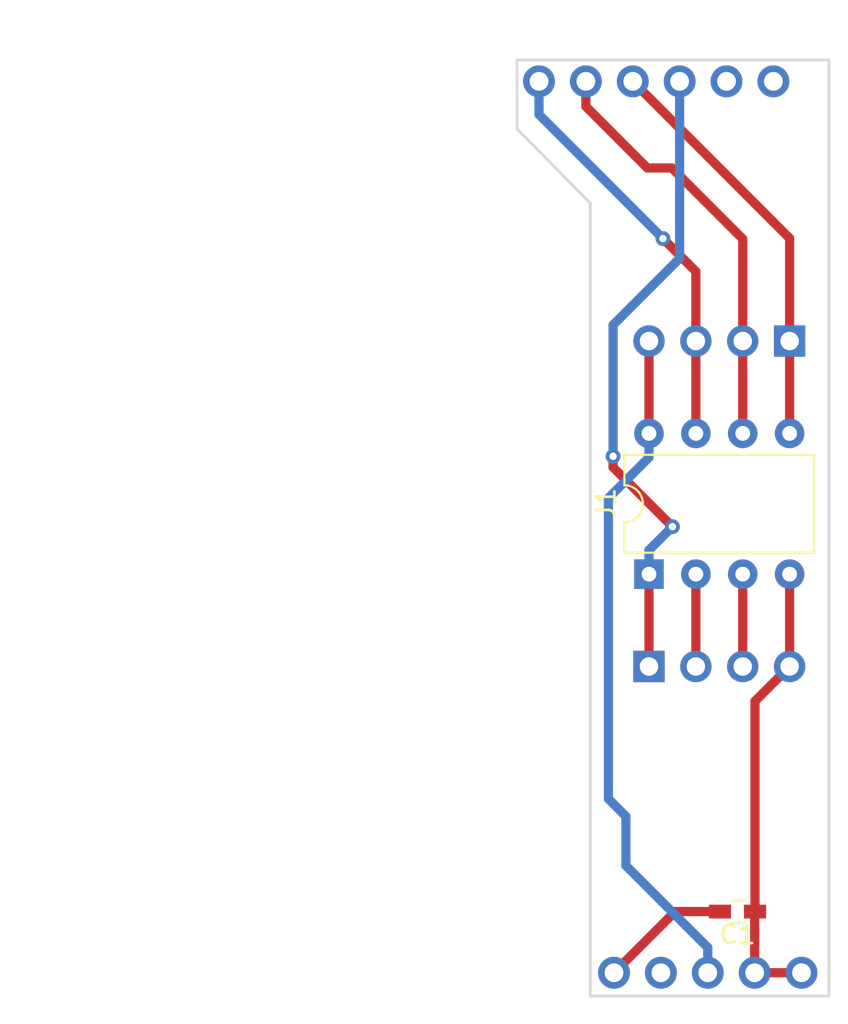
<source format=kicad_pcb>
(kicad_pcb (version 20171130) (host pcbnew "(5.0.0)")

  (general
    (thickness 0.8)
    (drawings 6)
    (tracks 50)
    (zones 0)
    (modules 5)
    (nets 8)
  )

  (page A4)
  (layers
    (0 F.Cu signal)
    (31 B.Cu signal)
    (32 B.Adhes user)
    (33 F.Adhes user)
    (34 B.Paste user)
    (35 F.Paste user)
    (36 B.SilkS user)
    (37 F.SilkS user)
    (38 B.Mask user)
    (39 F.Mask user)
    (40 Dwgs.User user)
    (41 Cmts.User user)
    (42 Eco1.User user)
    (43 Eco2.User user)
    (44 Edge.Cuts user)
    (45 Margin user)
    (46 B.CrtYd user)
    (47 F.CrtYd user)
    (48 B.Fab user)
    (49 F.Fab user)
  )

  (setup
    (last_trace_width 0.5)
    (trace_clearance 0.2)
    (zone_clearance 0.6)
    (zone_45_only no)
    (trace_min 0.2)
    (segment_width 0.2)
    (edge_width 0.15)
    (via_size 0.8)
    (via_drill 0.4)
    (via_min_size 0.4)
    (via_min_drill 0.3)
    (uvia_size 0.3)
    (uvia_drill 0.1)
    (uvias_allowed no)
    (uvia_min_size 0.2)
    (uvia_min_drill 0.1)
    (pcb_text_width 0.3)
    (pcb_text_size 1.5 1.5)
    (mod_edge_width 0.15)
    (mod_text_size 1 1)
    (mod_text_width 0.15)
    (pad_size 1.7 1.7)
    (pad_drill 1)
    (pad_to_mask_clearance 0.2)
    (aux_axis_origin 0 0)
    (visible_elements 7FFFFFFF)
    (pcbplotparams
      (layerselection 0x010fc_ffffffff)
      (usegerberextensions false)
      (usegerberattributes false)
      (usegerberadvancedattributes false)
      (creategerberjobfile false)
      (excludeedgelayer true)
      (linewidth 0.100000)
      (plotframeref false)
      (viasonmask false)
      (mode 1)
      (useauxorigin false)
      (hpglpennumber 1)
      (hpglpenspeed 20)
      (hpglpendiameter 15.000000)
      (psnegative false)
      (psa4output false)
      (plotreference true)
      (plotvalue true)
      (plotinvisibletext false)
      (padsonsilk false)
      (subtractmaskfromsilk false)
      (outputformat 1)
      (mirror false)
      (drillshape 0)
      (scaleselection 1)
      (outputdirectory "gerbers/"))
  )

  (net 0 "")
  (net 1 "Net-(C1-Pad2)")
  (net 2 "Net-(C1-Pad1)")
  (net 3 "Net-(J1-Pad8)")
  (net 4 "Net-(J1-Pad7)")
  (net 5 "Net-(J1-Pad6)")
  (net 6 "Net-(J1-Pad5)")
  (net 7 "Net-(J1-Pad1)")

  (net_class Default "This is the default net class."
    (clearance 0.2)
    (trace_width 0.5)
    (via_dia 0.8)
    (via_drill 0.4)
    (uvia_dia 0.3)
    (uvia_drill 0.1)
    (add_net "Net-(C1-Pad1)")
    (add_net "Net-(C1-Pad2)")
    (add_net "Net-(J1-Pad1)")
    (add_net "Net-(J1-Pad5)")
    (add_net "Net-(J1-Pad6)")
    (add_net "Net-(J1-Pad7)")
    (add_net "Net-(J1-Pad8)")
  )

  (module Custom:Pin_Header_Angled_1x04_Pitch2.54mm (layer F.Cu) (tedit 5C2808D8) (tstamp 5C24AB2C)
    (at 156.124 108.916 90)
    (descr "Through hole angled pin header, 1x04, 2.54mm pitch, 6mm pin length, single row")
    (tags "Through hole angled pin header THT 1x04 2.54mm single row")
    (fp_text reference REF** (at 4.385 -2.27 90) (layer F.SilkS) hide
      (effects (font (size 1 1) (thickness 0.15)))
    )
    (fp_text value Pin_Header_Angled_1x04_Pitch2.54mm (at 4.385 9.89 90) (layer F.Fab)
      (effects (font (size 1 1) (thickness 0.15)))
    )
    (fp_line (start -0.32 7.3) (end -0.32 7.94) (layer F.Fab) (width 0.1))
    (fp_line (start -0.32 4.76) (end -0.32 5.4) (layer F.Fab) (width 0.1))
    (fp_line (start -0.32 2.22) (end -0.32 2.86) (layer F.Fab) (width 0.1))
    (fp_line (start -0.32 -0.32) (end -0.32 0.32) (layer F.Fab) (width 0.1))
    (pad 4 thru_hole oval (at 0 7.62 90) (size 1.7 1.7) (drill 1) (layers *.Cu *.Mask)
      (net 2 "Net-(C1-Pad1)"))
    (pad 3 thru_hole oval (at 0 5.08 90) (size 1.7 1.7) (drill 1) (layers *.Cu *.Mask))
    (pad 2 thru_hole oval (at 0 2.54 90) (size 1.7 1.7) (drill 1) (layers *.Cu *.Mask))
    (pad 1 thru_hole rect (at 0 0 90) (size 1.7 1.7) (drill 1) (layers *.Cu *.Mask)
      (net 7 "Net-(J1-Pad1)"))
    (model ${KISYS3DMOD}/Pin_Headers.3dshapes/Pin_Header_Angled_1x04_Pitch2.54mm.wrl
      (at (xyz 0 0 0))
      (scale (xyz 1 1 1))
      (rotate (xyz 0 0 0))
    )
  )

  (module Custom:Pin_Header_Angled_1x04_Pitch2.54mm (layer F.Cu) (tedit 5C280926) (tstamp 5C24BA2E)
    (at 163.744 91.296 270)
    (descr "Through hole angled pin header, 1x04, 2.54mm pitch, 6mm pin length, single row")
    (tags "Through hole angled pin header THT 1x04 2.54mm single row")
    (fp_text reference REF** (at 4.385 -2.27 270) (layer F.SilkS) hide
      (effects (font (size 1 1) (thickness 0.15)))
    )
    (fp_text value Pin_Header_Angled_1x04_Pitch2.54mm (at 4.385 9.89 270) (layer F.Fab)
      (effects (font (size 1 1) (thickness 0.15)))
    )
    (fp_line (start -0.32 7.3) (end -0.32 7.94) (layer F.Fab) (width 0.1))
    (fp_line (start -0.32 4.76) (end -0.32 5.4) (layer F.Fab) (width 0.1))
    (fp_line (start -0.32 2.22) (end -0.32 2.86) (layer F.Fab) (width 0.1))
    (fp_line (start -0.32 -0.32) (end -0.32 0.32) (layer F.Fab) (width 0.1))
    (pad 4 thru_hole oval (at 0 7.62 270) (size 1.7 1.7) (drill 1) (layers *.Cu *.Mask)
      (net 3 "Net-(J1-Pad8)"))
    (pad 3 thru_hole oval (at 0 5.08 270) (size 1.7 1.7) (drill 1) (layers *.Cu *.Mask)
      (net 4 "Net-(J1-Pad7)"))
    (pad 2 thru_hole oval (at 0 2.54 270) (size 1.7 1.7) (drill 1) (layers *.Cu *.Mask)
      (net 5 "Net-(J1-Pad6)"))
    (pad 1 thru_hole rect (at 0 0 270) (size 1.7 1.7) (drill 1) (layers *.Cu *.Mask)
      (net 6 "Net-(J1-Pad5)"))
    (model ${KISYS3DMOD}/Pin_Headers.3dshapes/Pin_Header_Angled_1x04_Pitch2.54mm.wrl
      (at (xyz 0 0 0))
      (scale (xyz 1 1 1))
      (rotate (xyz 0 0 0))
    )
  )

  (module Arduino:Arduino_Uno_Shield_Custom (layer F.Cu) (tedit 5C0BF54A) (tstamp 5C084F7C)
    (at 121.209 128.036)
    (descr https://store.arduino.cc/arduino-uno-rev3)
    (path /5C08301C)
    (fp_text reference XA1 (at 2.54 -54.356) (layer F.SilkS) hide
      (effects (font (size 1 1) (thickness 0.15)))
    )
    (fp_text value Arduino_Uno_Shield (at 15.494 -54.356) (layer F.Fab)
      (effects (font (size 1 1) (thickness 0.15)))
    )
    (pad D11 thru_hole oval (at 34.036 -50.8) (size 1.7272 1.7272) (drill 1.016) (layers *.Cu *.Mask)
      (net 6 "Net-(J1-Pad5)"))
    (pad D12 thru_hole oval (at 31.496 -50.8) (size 1.7272 1.7272) (drill 1.016) (layers *.Cu *.Mask)
      (net 5 "Net-(J1-Pad6)"))
    (pad D13 thru_hole oval (at 28.956 -50.8) (size 1.7272 1.7272) (drill 1.016) (layers *.Cu *.Mask)
      (net 4 "Net-(J1-Pad7)"))
    (pad D10 thru_hole oval (at 36.576 -50.8) (size 1.7272 1.7272) (drill 1.016) (layers *.Cu *.Mask)
      (net 7 "Net-(J1-Pad1)"))
    (pad D9 thru_hole oval (at 39.116 -50.8) (size 1.7272 1.7272) (drill 1.016) (layers *.Cu *.Mask))
    (pad D8 thru_hole oval (at 41.656 -50.8) (size 1.7272 1.7272) (drill 1.016) (layers *.Cu *.Mask))
    (pad RST1 thru_hole oval (at 33.02 -2.54) (size 1.7272 1.7272) (drill 1.016) (layers *.Cu *.Mask)
      (net 1 "Net-(C1-Pad2)"))
    (pad 3V3 thru_hole oval (at 35.56 -2.54) (size 1.7272 1.7272) (drill 1.016) (layers *.Cu *.Mask))
    (pad 5V1 thru_hole oval (at 38.1 -2.54) (size 1.7272 1.7272) (drill 1.016) (layers *.Cu *.Mask)
      (net 3 "Net-(J1-Pad8)"))
    (pad GND2 thru_hole oval (at 40.64 -2.54) (size 1.7272 1.7272) (drill 1.016) (layers *.Cu *.Mask)
      (net 2 "Net-(C1-Pad1)"))
    (pad GND3 thru_hole oval (at 43.18 -2.54) (size 1.7272 1.7272) (drill 1.016) (layers *.Cu *.Mask)
      (net 2 "Net-(C1-Pad1)"))
  )

  (module Capacitors_SMD:C_0603_HandSoldering (layer F.Cu) (tedit 58AA848B) (tstamp 5C084F20)
    (at 160.919 122.184 180)
    (descr "Capacitor SMD 0603, hand soldering")
    (tags "capacitor 0603")
    (path /5C083E67)
    (attr smd)
    (fp_text reference C1 (at 0 -1.25 180) (layer F.SilkS)
      (effects (font (size 1 1) (thickness 0.15)))
    )
    (fp_text value 10uF (at 0 1.5 180) (layer F.Fab)
      (effects (font (size 1 1) (thickness 0.15)))
    )
    (fp_line (start 1.8 0.65) (end -1.8 0.65) (layer F.CrtYd) (width 0.05))
    (fp_line (start 1.8 0.65) (end 1.8 -0.65) (layer F.CrtYd) (width 0.05))
    (fp_line (start -1.8 -0.65) (end -1.8 0.65) (layer F.CrtYd) (width 0.05))
    (fp_line (start -1.8 -0.65) (end 1.8 -0.65) (layer F.CrtYd) (width 0.05))
    (fp_line (start 0.35 0.6) (end -0.35 0.6) (layer F.SilkS) (width 0.12))
    (fp_line (start -0.35 -0.6) (end 0.35 -0.6) (layer F.SilkS) (width 0.12))
    (fp_line (start -0.8 -0.4) (end 0.8 -0.4) (layer F.Fab) (width 0.1))
    (fp_line (start 0.8 -0.4) (end 0.8 0.4) (layer F.Fab) (width 0.1))
    (fp_line (start 0.8 0.4) (end -0.8 0.4) (layer F.Fab) (width 0.1))
    (fp_line (start -0.8 0.4) (end -0.8 -0.4) (layer F.Fab) (width 0.1))
    (fp_text user %R (at 0 -1.25 180) (layer F.Fab)
      (effects (font (size 1 1) (thickness 0.15)))
    )
    (pad 2 smd rect (at 0.95 0 180) (size 1.2 0.75) (layers F.Cu F.Paste F.Mask)
      (net 1 "Net-(C1-Pad2)"))
    (pad 1 smd rect (at -0.95 0 180) (size 1.2 0.75) (layers F.Cu F.Paste F.Mask)
      (net 2 "Net-(C1-Pad1)"))
    (model Capacitors_SMD.3dshapes/C_0603.wrl
      (at (xyz 0 0 0))
      (scale (xyz 1 1 1))
      (rotate (xyz 0 0 0))
    )
  )

  (module Housings_DIP:DIP-8_W7.62mm (layer F.Cu) (tedit 5C24A9B7) (tstamp 5C084F3C)
    (at 156.124 103.916 90)
    (descr "8-lead though-hole mounted DIP package, row spacing 7.62 mm (300 mils)")
    (tags "THT DIP DIL PDIP 2.54mm 7.62mm 300mil")
    (path /5C083158)
    (fp_text reference J1 (at 3.81 -2.33 90) (layer F.SilkS)
      (effects (font (size 1 1) (thickness 0.15)))
    )
    (fp_text value Conn_02x04_Counter_Clockwise (at 3.81 9.95 90) (layer F.Fab)
      (effects (font (size 1 1) (thickness 0.15)))
    )
    (fp_arc (start 3.81 -1.33) (end 2.81 -1.33) (angle -180) (layer F.SilkS) (width 0.12))
    (fp_line (start 1.635 -1.27) (end 6.985 -1.27) (layer F.Fab) (width 0.1))
    (fp_line (start 6.985 -1.27) (end 6.985 8.89) (layer F.Fab) (width 0.1))
    (fp_line (start 6.985 8.89) (end 0.635 8.89) (layer F.Fab) (width 0.1))
    (fp_line (start 0.635 8.89) (end 0.635 -0.27) (layer F.Fab) (width 0.1))
    (fp_line (start 0.635 -0.27) (end 1.635 -1.27) (layer F.Fab) (width 0.1))
    (fp_line (start 2.81 -1.33) (end 1.16 -1.33) (layer F.SilkS) (width 0.12))
    (fp_line (start 1.16 -1.33) (end 1.16 8.95) (layer F.SilkS) (width 0.12))
    (fp_line (start 1.16 8.95) (end 6.46 8.95) (layer F.SilkS) (width 0.12))
    (fp_line (start 6.46 8.95) (end 6.46 -1.33) (layer F.SilkS) (width 0.12))
    (fp_line (start 6.46 -1.33) (end 4.81 -1.33) (layer F.SilkS) (width 0.12))
    (fp_line (start -1.1 -1.55) (end -1.1 9.15) (layer F.CrtYd) (width 0.05))
    (fp_line (start -1.1 9.15) (end 8.7 9.15) (layer F.CrtYd) (width 0.05))
    (fp_line (start 8.7 9.15) (end 8.7 -1.55) (layer F.CrtYd) (width 0.05))
    (fp_line (start 8.7 -1.55) (end -1.1 -1.55) (layer F.CrtYd) (width 0.05))
    (fp_text user %R (at 3.81 3.81 90) (layer F.Fab)
      (effects (font (size 1 1) (thickness 0.15)))
    )
    (pad 1 thru_hole rect (at 0 0 90) (size 1.6 1.6) (drill 0.8) (layers *.Cu *.Mask)
      (net 7 "Net-(J1-Pad1)"))
    (pad 5 thru_hole oval (at 7.62 7.62 90) (size 1.6 1.6) (drill 0.8) (layers *.Cu *.Mask)
      (net 6 "Net-(J1-Pad5)"))
    (pad 2 thru_hole oval (at 0 2.54 90) (size 1.6 1.6) (drill 0.8) (layers *.Cu *.Mask))
    (pad 6 thru_hole oval (at 7.62 5.08 90) (size 1.6 1.6) (drill 0.8) (layers *.Cu *.Mask)
      (net 5 "Net-(J1-Pad6)"))
    (pad 3 thru_hole oval (at 0 5.08 90) (size 1.6 1.6) (drill 0.8) (layers *.Cu *.Mask))
    (pad 7 thru_hole oval (at 7.62 2.54 90) (size 1.6 1.6) (drill 0.8) (layers *.Cu *.Mask)
      (net 4 "Net-(J1-Pad7)"))
    (pad 4 thru_hole oval (at 0 7.62 90) (size 1.6 1.6) (drill 0.8) (layers *.Cu *.Mask)
      (net 2 "Net-(C1-Pad1)"))
    (pad 8 thru_hole oval (at 7.62 0 90) (size 1.6 1.6) (drill 0.8) (layers *.Cu *.Mask)
      (net 3 "Net-(J1-Pad8)"))
    (model ${KISYS3DMOD}/Housings_DIP.3dshapes/DIP-8_W7.62mm.wrl
      (at (xyz 0 0 0))
      (scale (xyz 1 1 1))
      (rotate (xyz 0 0 0))
    )
  )

  (gr_line (start 148.971 79.8068) (end 152.93848 83.82508) (layer Edge.Cuts) (width 0.15))
  (gr_line (start 152.93848 83.825038) (end 152.93848 126.761372) (layer Edge.Cuts) (width 0.15))
  (gr_line (start 165.87724 76.07808) (end 165.87724 126.76124) (layer Edge.Cuts) (width 0.15))
  (gr_line (start 148.971 76.07808) (end 165.87724 76.07808) (layer Edge.Cuts) (width 0.15))
  (gr_line (start 152.93848 126.76124) (end 165.87724 126.76124) (layer Edge.Cuts) (width 0.15))
  (gr_line (start 148.971 76.07808) (end 148.971 79.79742) (layer Edge.Cuts) (width 0.15))

  (segment (start 161.204 105.04737) (end 161.204 108.916) (width 0.5) (layer F.Cu) (net 0))
  (segment (start 161.204 103.916) (end 161.204 105.04737) (width 0.5) (layer F.Cu) (net 0))
  (segment (start 158.664 105.04737) (end 158.664 108.916) (width 0.5) (layer F.Cu) (net 0))
  (segment (start 158.664 103.916) (end 158.664 105.04737) (width 0.5) (layer F.Cu) (net 0))
  (segment (start 159.969 122.184) (end 157.541 122.184) (width 0.5) (layer F.Cu) (net 1))
  (segment (start 157.541 122.184) (end 154.229 125.496) (width 0.5) (layer F.Cu) (net 1))
  (segment (start 163.744 103.916) (end 163.744 108.916) (width 0.5) (layer F.Cu) (net 2))
  (segment (start 161.869 110.791) (end 161.869 122.184) (width 0.5) (layer F.Cu) (net 2))
  (segment (start 163.744 108.916) (end 161.869 110.791) (width 0.5) (layer F.Cu) (net 2))
  (segment (start 161.849 122.204) (end 161.869 122.184) (width 0.5) (layer F.Cu) (net 2))
  (segment (start 161.849 125.496) (end 161.849 122.204) (width 0.5) (layer F.Cu) (net 2))
  (segment (start 161.849 125.496) (end 164.389 125.496) (width 0.5) (layer F.Cu) (net 2))
  (segment (start 156.124 96.296) (end 156.124 91.296) (width 0.5) (layer F.Cu) (net 3))
  (segment (start 156.124 97.596) (end 156.124 96.296) (width 0.5) (layer B.Cu) (net 3))
  (segment (start 159.309 124.1324) (end 154.8737 119.6971) (width 0.5) (layer B.Cu) (net 3))
  (segment (start 154.8737 119.6971) (end 154.8737 117.0277) (width 0.5) (layer B.Cu) (net 3))
  (segment (start 159.309 125.496) (end 159.309 124.1324) (width 0.5) (layer B.Cu) (net 3))
  (segment (start 154.8737 117.0277) (end 153.924 116.078) (width 0.5) (layer B.Cu) (net 3))
  (segment (start 153.924 116.078) (end 153.924 99.796) (width 0.5) (layer B.Cu) (net 3))
  (segment (start 153.924 99.796) (end 156.124 97.596) (width 0.5) (layer B.Cu) (net 3))
  (segment (start 156.8814 85.7487) (end 150.165 79.0323) (width 0.5) (layer B.Cu) (net 4))
  (segment (start 150.165 79.0323) (end 150.165 77.236) (width 0.5) (layer B.Cu) (net 4))
  (via (at 156.8814 85.7487) (size 0.8) (layers F.Cu B.Cu) (net 4))
  (segment (start 158.664 91.296) (end 158.664 96.296) (width 0.5) (layer F.Cu) (net 4))
  (segment (start 158.664 87.5313) (end 158.664 91.296) (width 0.5) (layer F.Cu) (net 4))
  (segment (start 156.8814 85.7487) (end 158.664 87.5313) (width 0.5) (layer F.Cu) (net 4))
  (segment (start 152.705 78.5996) (end 156.0311 81.9257) (width 0.5) (layer F.Cu) (net 5))
  (segment (start 152.705 77.236) (end 152.705 78.5996) (width 0.5) (layer F.Cu) (net 5))
  (segment (start 161.204 96.296) (end 161.204 91.296) (width 0.5) (layer F.Cu) (net 5))
  (segment (start 156.0311 81.9257) (end 157.3637 81.9257) (width 0.5) (layer F.Cu) (net 5))
  (segment (start 161.204 85.766) (end 161.204 91.296) (width 0.5) (layer F.Cu) (net 5))
  (segment (start 157.3637 81.9257) (end 161.204 85.766) (width 0.5) (layer F.Cu) (net 5))
  (segment (start 163.744 96.296) (end 163.744 91.296) (width 0.5) (layer F.Cu) (net 6))
  (segment (start 163.744 85.735) (end 155.245 77.236) (width 0.5) (layer F.Cu) (net 6))
  (segment (start 163.744 91.296) (end 163.744 85.735) (width 0.5) (layer F.Cu) (net 6))
  (segment (start 156.124 102.616) (end 157.394 101.346) (width 0.5) (layer B.Cu) (net 7))
  (segment (start 157.785 86.0477) (end 157.785 78.5996) (width 0.5) (layer B.Cu) (net 7))
  (segment (start 157.785 77.236) (end 157.785 78.5996) (width 0.5) (layer B.Cu) (net 7))
  (segment (start 156.124 103.916) (end 156.124 102.616) (width 0.5) (layer B.Cu) (net 7))
  (segment (start 156.124 103.916) (end 156.124 108.916) (width 0.5) (layer F.Cu) (net 7))
  (segment (start 157.785 86.0477) (end 157.785 86.817) (width 0.5) (layer B.Cu) (net 7))
  (segment (start 157.785 86.817) (end 155.194 89.408) (width 0.5) (layer B.Cu) (net 7))
  (segment (start 155.194 89.408) (end 154.178 90.424) (width 0.5) (layer B.Cu) (net 7))
  (segment (start 154.178 90.424) (end 154.178 97.536) (width 0.5) (layer B.Cu) (net 7))
  (segment (start 154.178 97.536) (end 154.178 97.536) (width 0.5) (layer B.Cu) (net 7) (tstamp 5C24DB8F))
  (via (at 154.178 97.536) (size 0.8) (drill 0.4) (layers F.Cu B.Cu) (net 7))
  (segment (start 157.394 101.346) (end 157.394 101.346) (width 0.5) (layer B.Cu) (net 7) (tstamp 5C24DB91))
  (via (at 157.394 101.346) (size 0.8) (drill 0.4) (layers F.Cu B.Cu) (net 7))
  (segment (start 154.178 98.13) (end 157.394 101.346) (width 0.5) (layer F.Cu) (net 7))
  (segment (start 154.178 97.536) (end 154.178 98.13) (width 0.5) (layer F.Cu) (net 7))

)

</source>
